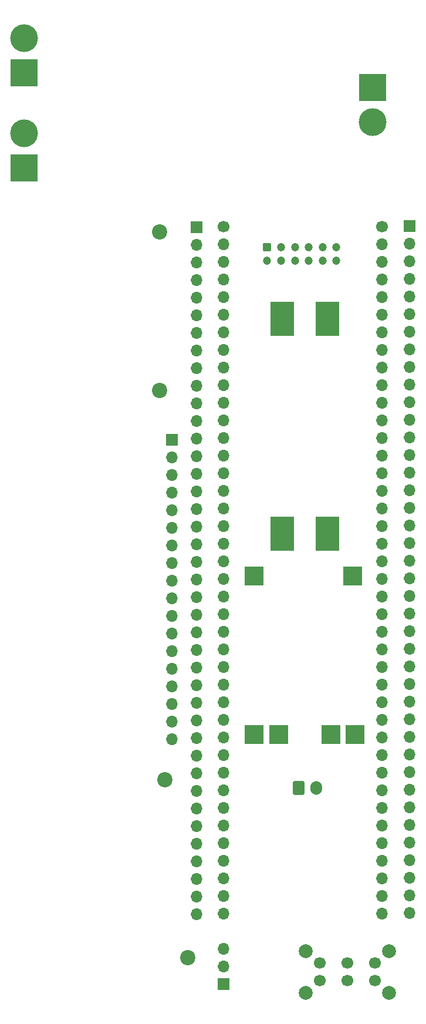
<source format=gbr>
%TF.GenerationSoftware,KiCad,Pcbnew,(7.99.0-200-gad838e3d73)*%
%TF.CreationDate,2024-03-07T11:34:09+07:00*%
%TF.ProjectId,WMS_PCB1,574d535f-5043-4423-912e-6b696361645f,rev?*%
%TF.SameCoordinates,Original*%
%TF.FileFunction,Soldermask,Bot*%
%TF.FilePolarity,Negative*%
%FSLAX46Y46*%
G04 Gerber Fmt 4.6, Leading zero omitted, Abs format (unit mm)*
G04 Created by KiCad (PCBNEW (7.99.0-200-gad838e3d73)) date 2024-03-07 11:34:09*
%MOMM*%
%LPD*%
G01*
G04 APERTURE LIST*
G04 Aperture macros list*
%AMRoundRect*
0 Rectangle with rounded corners*
0 $1 Rounding radius*
0 $2 $3 $4 $5 $6 $7 $8 $9 X,Y pos of 4 corners*
0 Add a 4 corners polygon primitive as box body*
4,1,4,$2,$3,$4,$5,$6,$7,$8,$9,$2,$3,0*
0 Add four circle primitives for the rounded corners*
1,1,$1+$1,$2,$3*
1,1,$1+$1,$4,$5*
1,1,$1+$1,$6,$7*
1,1,$1+$1,$8,$9*
0 Add four rect primitives between the rounded corners*
20,1,$1+$1,$2,$3,$4,$5,0*
20,1,$1+$1,$4,$5,$6,$7,0*
20,1,$1+$1,$6,$7,$8,$9,0*
20,1,$1+$1,$8,$9,$2,$3,0*%
G04 Aperture macros list end*
%ADD10C,2.200000*%
%ADD11R,1.700000X1.700000*%
%ADD12O,1.700000X1.700000*%
%ADD13C,2.000000*%
%ADD14C,1.700000*%
%ADD15R,4.000000X4.000000*%
%ADD16C,4.000000*%
%ADD17RoundRect,0.250000X-0.600000X-0.750000X0.600000X-0.750000X0.600000X0.750000X-0.600000X0.750000X0*%
%ADD18O,1.700000X2.000000*%
%ADD19RoundRect,0.250000X-0.350000X-0.350000X0.350000X-0.350000X0.350000X0.350000X-0.350000X0.350000X0*%
%ADD20C,1.200000*%
%ADD21R,3.500000X5.000000*%
%ADD22R,2.800000X2.800000*%
G04 APERTURE END LIST*
D10*
%TO.C,H3*%
X46482000Y-170942000D03*
%TD*%
D11*
%TO.C,J2*%
X47749999Y-65589999D03*
D12*
X47749999Y-68129999D03*
X47749999Y-70669999D03*
X47749999Y-73209999D03*
X47749999Y-75749999D03*
X47749999Y-78289999D03*
X47749999Y-80829999D03*
X47749999Y-83369999D03*
X47749999Y-85909999D03*
X47749999Y-88449999D03*
X47749999Y-90989999D03*
X47749999Y-93529999D03*
X47749999Y-96069999D03*
X47749999Y-98609999D03*
X47749999Y-101149999D03*
X47749999Y-103689999D03*
X47749999Y-106229999D03*
X47749999Y-108769999D03*
X47749999Y-111309999D03*
X47749999Y-113849999D03*
X47749999Y-116389999D03*
X47749999Y-118929999D03*
X47749999Y-121469999D03*
X47749999Y-124009999D03*
X47749999Y-126549999D03*
X47749999Y-129089999D03*
X47749999Y-131629999D03*
X47749999Y-134169999D03*
X47749999Y-136709999D03*
X47749999Y-139249999D03*
X47749999Y-141789999D03*
X47749999Y-144329999D03*
X47749999Y-146869999D03*
X47749999Y-149409999D03*
X47749999Y-151949999D03*
X47749999Y-154489999D03*
X47749999Y-157029999D03*
X47749999Y-159569999D03*
X47749999Y-162109999D03*
X47749999Y-164649999D03*
%TD*%
D10*
%TO.C,H1*%
X42418000Y-89154000D03*
%TD*%
D13*
%TO.C,SW2*%
X63500000Y-170000000D03*
X63500000Y-176000000D03*
X75500000Y-170000000D03*
X75500000Y-176000000D03*
D14*
X65500000Y-171750000D03*
X69500000Y-171750000D03*
X73500000Y-171750000D03*
X65500000Y-174250000D03*
X69500000Y-174250000D03*
X73500000Y-174250000D03*
%TD*%
D15*
%TO.C,U1*%
X73119499Y-45499999D03*
D16*
X73119500Y-50500000D03*
X22827500Y-52104000D03*
D15*
X22827499Y-57103999D03*
X22827499Y-43387999D03*
D16*
X22827500Y-38388000D03*
%TD*%
D17*
%TO.C,BT1*%
X62500000Y-146500000D03*
D18*
X64999999Y-146499999D03*
%TD*%
D11*
%TO.C,J1*%
X78499999Y-65419999D03*
D12*
X78499999Y-67959999D03*
X78499999Y-70499999D03*
X78499999Y-73039999D03*
X78499999Y-75579999D03*
X78499999Y-78119999D03*
X78499999Y-80659999D03*
X78499999Y-83199999D03*
X78499999Y-85739999D03*
X78499999Y-88279999D03*
X78499999Y-90819999D03*
X78499999Y-93359999D03*
X78499999Y-95899999D03*
X78499999Y-98439999D03*
X78499999Y-100979999D03*
X78499999Y-103519999D03*
X78499999Y-106059999D03*
X78499999Y-108599999D03*
X78499999Y-111139999D03*
X78499999Y-113679999D03*
X78499999Y-116219999D03*
X78499999Y-118759999D03*
X78499999Y-121299999D03*
X78499999Y-123839999D03*
X78499999Y-126379999D03*
X78499999Y-128919999D03*
X78499999Y-131459999D03*
X78499999Y-133999999D03*
X78499999Y-136539999D03*
X78499999Y-139079999D03*
X78499999Y-141619999D03*
X78499999Y-144159999D03*
X78499999Y-146699999D03*
X78499999Y-149239999D03*
X78499999Y-151779999D03*
X78499999Y-154319999D03*
X78499999Y-156859999D03*
X78499999Y-159399999D03*
X78499999Y-161939999D03*
X78499999Y-164479999D03*
%TD*%
D11*
%TO.C,U5*%
X44195999Y-96265999D03*
D12*
X44195999Y-98805999D03*
X44195999Y-101345999D03*
X44195999Y-103885999D03*
X44195999Y-106425999D03*
X44195999Y-108965999D03*
X44195999Y-111505999D03*
X44195999Y-114045999D03*
X44195999Y-116585999D03*
X44195999Y-119125999D03*
X44195999Y-121665999D03*
X44195999Y-124205999D03*
X44195999Y-126745999D03*
X44195999Y-129285999D03*
X44195999Y-131825999D03*
X44195999Y-134365999D03*
X44195999Y-136905999D03*
X44195999Y-139445999D03*
%TD*%
D10*
%TO.C,H2*%
X42418000Y-66294000D03*
%TD*%
D14*
%TO.C,U6*%
X74484000Y-65569000D03*
D12*
X74483999Y-68108999D03*
X74483999Y-70648999D03*
X74483999Y-73188999D03*
X74483999Y-75728999D03*
X74483999Y-78268999D03*
X74483999Y-80808999D03*
X74483999Y-83348999D03*
X74483999Y-85888999D03*
X74483999Y-88428999D03*
X74483999Y-90968999D03*
X74483999Y-93508999D03*
X74483999Y-96048999D03*
X74483999Y-98588999D03*
X74483999Y-101128999D03*
X74483999Y-103668999D03*
X74483999Y-106208999D03*
X74483999Y-108748999D03*
X74483999Y-111288999D03*
X74483999Y-113828999D03*
X74483999Y-116368999D03*
X74483999Y-118908999D03*
X74483999Y-121448999D03*
X74483999Y-123988999D03*
X74483999Y-126528999D03*
X74483999Y-129068999D03*
X74483999Y-131608999D03*
X74483999Y-134148999D03*
X74483999Y-136688999D03*
X74483999Y-139228999D03*
X74483999Y-141768999D03*
X74483999Y-144308999D03*
X74483999Y-146848999D03*
X74483999Y-149388999D03*
X74483999Y-151928999D03*
X74483999Y-154468999D03*
X74483999Y-157008999D03*
X74483999Y-159548999D03*
X74483999Y-162088999D03*
X74483999Y-164628999D03*
X51623999Y-164628999D03*
X51623999Y-162088999D03*
X51623999Y-159548999D03*
X51623999Y-157008999D03*
X51623999Y-154468999D03*
X51623999Y-151928999D03*
X51623999Y-149388999D03*
X51623999Y-146848999D03*
X51623999Y-144308999D03*
X51623999Y-141768999D03*
X51623999Y-139228999D03*
X51623999Y-136688999D03*
X51623999Y-134148999D03*
X51623999Y-131608999D03*
X51623999Y-129068999D03*
X51623999Y-126528999D03*
X51623999Y-123988999D03*
X51623999Y-121448999D03*
X51623999Y-118908999D03*
X51623999Y-116368999D03*
X51623999Y-113828999D03*
X51623999Y-111288999D03*
X51623999Y-108748999D03*
X51623999Y-106208999D03*
X51623999Y-103668999D03*
X51623999Y-101128999D03*
X51623999Y-98588999D03*
X51623999Y-96048999D03*
X51623999Y-93508999D03*
X51623999Y-90968999D03*
X51623999Y-88428999D03*
X51623999Y-85888999D03*
X51623999Y-83348999D03*
X51623999Y-80808999D03*
X51623999Y-78268999D03*
X51623999Y-75728999D03*
X51623999Y-73188999D03*
X51623999Y-70648999D03*
X51623999Y-68108999D03*
D14*
X51624000Y-65569000D03*
D12*
X51623999Y-169708999D03*
X51623999Y-172248999D03*
D11*
X51623999Y-174788999D03*
%TD*%
D19*
%TO.C,J4*%
X57913000Y-68485000D03*
D20*
X57913000Y-70485000D03*
X59913000Y-68485000D03*
X59913000Y-70485000D03*
X61913000Y-68485000D03*
X61913000Y-70485000D03*
X63913000Y-68485000D03*
X63913000Y-70485000D03*
X65913000Y-68485000D03*
X65913000Y-70485000D03*
X67913000Y-68485000D03*
X67913000Y-70485000D03*
%TD*%
D10*
%TO.C,H4*%
X43180000Y-145288000D03*
%TD*%
D21*
%TO.C,U2*%
X66572999Y-78836999D03*
X60122999Y-78836999D03*
X60122999Y-109836999D03*
X66622999Y-109836999D03*
%TD*%
D22*
%TO.C,U3*%
X56055999Y-115872999D03*
X70255999Y-115872999D03*
X56055999Y-138772999D03*
X70555999Y-138772999D03*
X59555999Y-138772999D03*
X67155999Y-138772999D03*
%TD*%
M02*

</source>
